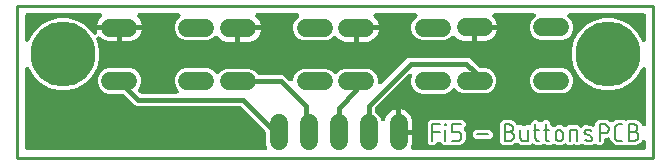
<source format=gbr>
G04 EAGLE Gerber RS-274X export*
G75*
%MOMM*%
%FSLAX34Y34*%
%LPD*%
%INTop Copper*%
%IPPOS*%
%AMOC8*
5,1,8,0,0,1.08239X$1,22.5*%
G01*
G04 Define Apertures*
%ADD10C,0.127000*%
%ADD11C,1.524000*%
%ADD12C,0.406400*%
%ADD13C,0.457200*%
%ADD14C,5.500000*%
%ADD15C,0.254000*%
G36*
X212881Y10701D02*
X212088Y10540D01*
X10872Y10540D01*
X10140Y10677D01*
X9458Y11112D01*
X9001Y11779D01*
X8840Y12572D01*
X8840Y79030D01*
X8886Y79461D01*
X9212Y80201D01*
X9800Y80756D01*
X10559Y81037D01*
X11367Y81000D01*
X12096Y80651D01*
X12632Y80046D01*
X16736Y72937D01*
X22423Y67250D01*
X29389Y63228D01*
X37159Y61146D01*
X45202Y61146D01*
X52971Y63228D01*
X59937Y67250D01*
X65625Y72937D01*
X69647Y79903D01*
X71728Y87672D01*
X71728Y95716D01*
X69647Y103485D01*
X69339Y104018D01*
X69069Y104937D01*
X69192Y105736D01*
X69617Y106424D01*
X70276Y106892D01*
X71066Y107066D01*
X71861Y106918D01*
X72535Y106471D01*
X74612Y104395D01*
X78906Y102616D01*
X86818Y102616D01*
X86818Y112268D01*
X69546Y112268D01*
X69546Y111976D01*
X69874Y111185D01*
X69993Y110785D01*
X69982Y109976D01*
X69656Y109236D01*
X69068Y108681D01*
X68310Y108400D01*
X67502Y108437D01*
X66772Y108786D01*
X66236Y109391D01*
X65625Y110451D01*
X59937Y116138D01*
X52971Y120160D01*
X45202Y122242D01*
X37159Y122242D01*
X29389Y120160D01*
X22423Y116138D01*
X16736Y110451D01*
X12632Y103342D01*
X12376Y102992D01*
X11724Y102514D01*
X10937Y102327D01*
X10140Y102463D01*
X9458Y102899D01*
X9001Y103566D01*
X8840Y104358D01*
X8840Y124588D01*
X8977Y125321D01*
X9412Y126002D01*
X10079Y126459D01*
X10872Y126620D01*
X72121Y126620D01*
X72823Y126495D01*
X73511Y126070D01*
X73979Y125410D01*
X74152Y124620D01*
X74004Y123825D01*
X73557Y123151D01*
X71325Y120918D01*
X69546Y116624D01*
X69546Y116332D01*
X108154Y116332D01*
X108154Y116624D01*
X106375Y120918D01*
X104143Y123151D01*
X103735Y123736D01*
X103548Y124523D01*
X103684Y125321D01*
X104120Y126002D01*
X104787Y126459D01*
X105579Y126620D01*
X138582Y126620D01*
X139284Y126495D01*
X139972Y126070D01*
X140440Y125410D01*
X140613Y124620D01*
X140465Y123825D01*
X140018Y123151D01*
X137210Y120343D01*
X135586Y116422D01*
X135586Y112178D01*
X137210Y108257D01*
X140211Y105256D01*
X144132Y103632D01*
X163616Y103632D01*
X167537Y105256D01*
X169202Y106922D01*
X169817Y107343D01*
X170607Y107516D01*
X171402Y107368D01*
X172076Y106922D01*
X174857Y104141D01*
X179151Y102362D01*
X187063Y102362D01*
X187063Y116078D01*
X208399Y116078D01*
X208399Y116370D01*
X206621Y120664D01*
X204134Y123151D01*
X203726Y123736D01*
X203540Y124523D01*
X203675Y125321D01*
X204111Y126002D01*
X204778Y126459D01*
X205571Y126620D01*
X239081Y126620D01*
X239783Y126495D01*
X240471Y126070D01*
X240939Y125410D01*
X241113Y124620D01*
X240964Y123825D01*
X240518Y123151D01*
X237455Y120089D01*
X235831Y116168D01*
X235831Y111924D01*
X237455Y108003D01*
X240456Y105002D01*
X244377Y103378D01*
X263861Y103378D01*
X267782Y105002D01*
X269617Y106837D01*
X270231Y107258D01*
X271021Y107431D01*
X271816Y107283D01*
X272490Y106837D01*
X275102Y104225D01*
X279397Y102446D01*
X287309Y102446D01*
X287309Y116162D01*
X308645Y116162D01*
X308645Y116454D01*
X306866Y120748D01*
X304463Y123151D01*
X304055Y123736D01*
X303869Y124523D01*
X304005Y125321D01*
X304440Y126002D01*
X305107Y126459D01*
X305900Y126620D01*
X339242Y126620D01*
X339944Y126495D01*
X340632Y126070D01*
X341100Y125410D01*
X341274Y124620D01*
X341126Y123825D01*
X340679Y123151D01*
X337701Y120173D01*
X336077Y116252D01*
X336077Y112008D01*
X337701Y108087D01*
X340702Y105086D01*
X344623Y103462D01*
X364107Y103462D01*
X368028Y105086D01*
X369947Y107006D01*
X370562Y107427D01*
X371351Y107600D01*
X372146Y107452D01*
X372821Y107006D01*
X375348Y104479D01*
X379642Y102700D01*
X387554Y102700D01*
X387554Y116416D01*
X408890Y116416D01*
X408890Y116708D01*
X407111Y121002D01*
X404962Y123151D01*
X404554Y123736D01*
X404368Y124523D01*
X404504Y125321D01*
X404940Y126002D01*
X405607Y126459D01*
X406399Y126620D01*
X439233Y126620D01*
X439936Y126495D01*
X440624Y126070D01*
X441092Y125410D01*
X441265Y124620D01*
X441117Y123825D01*
X440670Y123151D01*
X437946Y120427D01*
X436322Y116506D01*
X436322Y112262D01*
X437946Y108341D01*
X440947Y105340D01*
X444868Y103716D01*
X464352Y103716D01*
X468273Y105340D01*
X471274Y108341D01*
X472898Y112262D01*
X472898Y116506D01*
X471274Y120427D01*
X468550Y123151D01*
X468142Y123736D01*
X467955Y124523D01*
X468091Y125321D01*
X468527Y126002D01*
X469194Y126459D01*
X469986Y126620D01*
X532588Y126620D01*
X533321Y126483D01*
X534002Y126048D01*
X534459Y125381D01*
X534620Y124588D01*
X534620Y104288D01*
X534574Y103857D01*
X534248Y103117D01*
X533660Y102562D01*
X532901Y102281D01*
X532093Y102317D01*
X531364Y102666D01*
X530828Y103272D01*
X526684Y110451D01*
X520996Y116138D01*
X514030Y120160D01*
X506261Y122242D01*
X498217Y122242D01*
X490448Y120160D01*
X483482Y116138D01*
X477795Y110451D01*
X473773Y103485D01*
X471691Y95716D01*
X471691Y87672D01*
X473773Y79903D01*
X477795Y72937D01*
X483482Y67250D01*
X490448Y63228D01*
X498217Y61146D01*
X506261Y61146D01*
X514030Y63228D01*
X520996Y67250D01*
X526684Y72937D01*
X530828Y80116D01*
X531084Y80466D01*
X531736Y80945D01*
X532523Y81131D01*
X533321Y80995D01*
X534002Y80559D01*
X534459Y79892D01*
X534620Y79100D01*
X534620Y32558D01*
X534574Y32127D01*
X534248Y31386D01*
X533660Y30832D01*
X532901Y30551D01*
X532093Y30587D01*
X531364Y30936D01*
X530828Y31542D01*
X529265Y34249D01*
X526115Y36068D01*
X518885Y36068D01*
X518289Y35659D01*
X517499Y35486D01*
X516704Y35634D01*
X516049Y36068D01*
X509593Y36068D01*
X506427Y34240D01*
X505968Y34045D01*
X505161Y33983D01*
X504395Y34240D01*
X501228Y36068D01*
X493795Y36068D01*
X491637Y33911D01*
X491637Y32538D01*
X491484Y31764D01*
X491033Y31092D01*
X490356Y30650D01*
X489560Y30507D01*
X488771Y30686D01*
X487242Y31374D01*
X484652Y31411D01*
X482593Y31440D01*
X480839Y30023D01*
X480119Y29649D01*
X479313Y29587D01*
X478546Y29844D01*
X475861Y31394D01*
X475839Y31411D01*
X468814Y31411D01*
X467768Y30365D01*
X466888Y29848D01*
X466082Y29785D01*
X465315Y30042D01*
X462943Y31411D01*
X459306Y31411D01*
X457528Y30385D01*
X456545Y30113D01*
X455750Y30261D01*
X455075Y30708D01*
X454020Y31763D01*
X453586Y32407D01*
X453425Y33200D01*
X453425Y33911D01*
X451268Y36068D01*
X448217Y36068D01*
X446844Y34696D01*
X446230Y34274D01*
X445440Y34101D01*
X444645Y34249D01*
X443971Y34696D01*
X442598Y36068D01*
X439547Y36068D01*
X437390Y33911D01*
X437390Y33443D01*
X437253Y32711D01*
X436817Y32030D01*
X436150Y31572D01*
X435358Y31411D01*
X433045Y31411D01*
X432903Y31269D01*
X432288Y30848D01*
X431499Y30674D01*
X430704Y30823D01*
X430029Y31269D01*
X429887Y31411D01*
X426676Y31411D01*
X426181Y31472D01*
X425451Y31821D01*
X424916Y32427D01*
X423864Y34249D01*
X420714Y36068D01*
X413489Y36068D01*
X411332Y33911D01*
X411332Y16889D01*
X413489Y14732D01*
X418895Y14732D01*
X418895Y14732D01*
X420922Y14732D01*
X423985Y16500D01*
X424443Y16695D01*
X425250Y16757D01*
X426017Y16500D01*
X429049Y14749D01*
X429072Y14732D01*
X436096Y14732D01*
X437078Y15714D01*
X437958Y16231D01*
X438764Y16294D01*
X439531Y16037D01*
X441760Y14749D01*
X441783Y14732D01*
X445703Y14732D01*
X446341Y15371D01*
X447221Y15888D01*
X448027Y15950D01*
X448794Y15694D01*
X450430Y14749D01*
X450452Y14732D01*
X454372Y14732D01*
X455075Y15435D01*
X455955Y15953D01*
X456761Y16015D01*
X457528Y15758D01*
X459306Y14732D01*
X462943Y14732D01*
X465315Y16101D01*
X466299Y16373D01*
X467094Y16225D01*
X467768Y15778D01*
X468814Y14732D01*
X471865Y14732D01*
X472007Y14874D01*
X472622Y15295D01*
X473412Y15469D01*
X474207Y15321D01*
X474881Y14874D01*
X475023Y14732D01*
X478074Y14732D01*
X478777Y15434D01*
X479319Y15822D01*
X480101Y16026D01*
X480901Y15910D01*
X481412Y15726D01*
X481412Y15726D01*
X484061Y14773D01*
X486875Y14732D01*
X486919Y14732D01*
X488934Y14703D01*
X490217Y15740D01*
X490672Y16017D01*
X491462Y16191D01*
X492257Y16042D01*
X492931Y15596D01*
X493795Y14732D01*
X496846Y14732D01*
X499003Y16889D01*
X499003Y18909D01*
X499140Y19641D01*
X499576Y20323D01*
X500243Y20780D01*
X501035Y20941D01*
X501228Y20941D01*
X501577Y21142D01*
X502528Y21414D01*
X503325Y21278D01*
X504007Y20842D01*
X504464Y20175D01*
X504525Y19873D01*
X506443Y16551D01*
X509594Y14732D01*
X516048Y14732D01*
X516644Y15141D01*
X517434Y15314D01*
X518229Y15166D01*
X518884Y14732D01*
X524297Y14732D01*
X524297Y14732D01*
X526323Y14732D01*
X529833Y16759D01*
X530828Y18482D01*
X531084Y18832D01*
X531736Y19310D01*
X532523Y19497D01*
X533321Y19361D01*
X534002Y18925D01*
X534459Y18258D01*
X534620Y17466D01*
X534620Y12572D01*
X534483Y11840D01*
X534048Y11158D01*
X533381Y10701D01*
X532588Y10540D01*
X337651Y10540D01*
X336934Y10671D01*
X336249Y11101D01*
X335787Y11765D01*
X335620Y12556D01*
X335774Y13350D01*
X336804Y15836D01*
X336804Y23748D01*
X323088Y23748D01*
X323088Y45084D01*
X322796Y45084D01*
X318502Y43305D01*
X315215Y40018D01*
X313747Y36476D01*
X313363Y35875D01*
X312707Y35402D01*
X311919Y35222D01*
X311123Y35364D01*
X310445Y35805D01*
X309993Y36476D01*
X308764Y39443D01*
X305557Y42650D01*
X305418Y42741D01*
X304961Y43408D01*
X304800Y44200D01*
X304800Y45314D01*
X304949Y46077D01*
X305395Y46751D01*
X333373Y74729D01*
X333944Y75130D01*
X334729Y75323D01*
X335528Y75193D01*
X336212Y74763D01*
X336675Y74100D01*
X336842Y73308D01*
X336687Y72515D01*
X336077Y71040D01*
X336077Y66796D01*
X337701Y62875D01*
X340702Y59874D01*
X344623Y58250D01*
X364107Y58250D01*
X368028Y59874D01*
X370665Y62512D01*
X371280Y62933D01*
X372070Y63107D01*
X372865Y62959D01*
X373539Y62512D01*
X375923Y60128D01*
X379844Y58504D01*
X399328Y58504D01*
X403249Y60128D01*
X406250Y63129D01*
X407874Y67050D01*
X407874Y71294D01*
X406250Y75215D01*
X403249Y78216D01*
X399328Y79840D01*
X394564Y79840D01*
X393801Y79989D01*
X393127Y80435D01*
X385436Y88127D01*
X383568Y88900D01*
X334270Y88900D01*
X332402Y88127D01*
X311097Y66822D01*
X310512Y66414D01*
X309725Y66228D01*
X308928Y66363D01*
X308247Y66799D01*
X307790Y67466D01*
X307629Y68259D01*
X307629Y71040D01*
X306005Y74961D01*
X303004Y77962D01*
X299083Y79586D01*
X279599Y79586D01*
X275678Y77962D01*
X273125Y75409D01*
X272510Y74988D01*
X271720Y74814D01*
X270925Y74962D01*
X270251Y75409D01*
X267782Y77878D01*
X263861Y79502D01*
X244377Y79502D01*
X240456Y77878D01*
X237455Y74877D01*
X235831Y70956D01*
X235831Y70707D01*
X235706Y70004D01*
X235281Y69316D01*
X234622Y68848D01*
X233832Y68675D01*
X233037Y68823D01*
X232362Y69270D01*
X228492Y73141D01*
X226624Y73914D01*
X207516Y73914D01*
X206768Y74057D01*
X206090Y74498D01*
X205991Y74645D01*
X202758Y77878D01*
X198837Y79502D01*
X179353Y79502D01*
X175432Y77878D01*
X173049Y75494D01*
X172434Y75073D01*
X171644Y74899D01*
X170849Y75047D01*
X170175Y75494D01*
X167537Y78132D01*
X163616Y79756D01*
X144132Y79756D01*
X140211Y78132D01*
X137210Y75131D01*
X135586Y71210D01*
X135586Y66966D01*
X137210Y63045D01*
X138366Y61889D01*
X138774Y61304D01*
X138960Y60517D01*
X138825Y59720D01*
X138389Y59038D01*
X137722Y58581D01*
X136930Y58420D01*
X107544Y58420D01*
X106781Y58569D01*
X106107Y59015D01*
X105232Y59890D01*
X104811Y60504D01*
X104637Y61294D01*
X104786Y62089D01*
X105232Y62764D01*
X105514Y63045D01*
X107138Y66966D01*
X107138Y71210D01*
X105514Y75131D01*
X102513Y78132D01*
X98592Y79756D01*
X79108Y79756D01*
X75187Y78132D01*
X72186Y75131D01*
X70562Y71210D01*
X70562Y66966D01*
X72186Y63045D01*
X75187Y60044D01*
X79108Y58420D01*
X91492Y58420D01*
X92255Y58271D01*
X92929Y57825D01*
X101720Y49033D01*
X103588Y48260D01*
X190094Y48260D01*
X190857Y48111D01*
X191531Y47665D01*
X212257Y26939D01*
X212691Y26295D01*
X212852Y25502D01*
X212852Y16038D01*
X213966Y13350D01*
X214119Y12637D01*
X213984Y11840D01*
X213548Y11158D01*
X212881Y10701D01*
G37*
%LPC*%
G36*
X391618Y102700D02*
X399530Y102700D01*
X403824Y104479D01*
X407111Y107766D01*
X408890Y112060D01*
X408890Y112352D01*
X391618Y112352D01*
X391618Y102700D01*
G37*
G36*
X90882Y102616D02*
X98794Y102616D01*
X103088Y104395D01*
X106375Y107682D01*
X108154Y111976D01*
X108154Y112268D01*
X90882Y112268D01*
X90882Y102616D01*
G37*
G36*
X291373Y102446D02*
X299285Y102446D01*
X303579Y104225D01*
X306866Y107512D01*
X308645Y111806D01*
X308645Y112098D01*
X291373Y112098D01*
X291373Y102446D01*
G37*
G36*
X191127Y102362D02*
X199039Y102362D01*
X203334Y104141D01*
X206621Y107428D01*
X208399Y111722D01*
X208399Y112014D01*
X191127Y112014D01*
X191127Y102362D01*
G37*
G36*
X444868Y58504D02*
X464352Y58504D01*
X468273Y60128D01*
X471274Y63129D01*
X472898Y67050D01*
X472898Y71294D01*
X471274Y75215D01*
X468273Y78216D01*
X464352Y79840D01*
X444868Y79840D01*
X440947Y78216D01*
X437946Y75215D01*
X436322Y71294D01*
X436322Y67050D01*
X437946Y63129D01*
X440947Y60128D01*
X444868Y58504D01*
G37*
G36*
X327152Y27812D02*
X336804Y27812D01*
X336804Y35724D01*
X335025Y40018D01*
X331738Y43305D01*
X327444Y45084D01*
X327152Y45084D01*
X327152Y27812D01*
G37*
G36*
X352169Y14732D02*
X355221Y14732D01*
X357835Y17346D01*
X358450Y17768D01*
X359239Y17941D01*
X360034Y17793D01*
X360709Y17346D01*
X363323Y14732D01*
X366425Y14732D01*
X366877Y15042D01*
X367667Y15215D01*
X368462Y15067D01*
X368968Y14732D01*
X377025Y14732D01*
X380175Y16551D01*
X381994Y19701D01*
X381994Y24890D01*
X380589Y27324D01*
X380317Y28308D01*
X380465Y29103D01*
X380912Y29777D01*
X381994Y30859D01*
X381994Y33911D01*
X379837Y36068D01*
X368884Y36068D01*
X368716Y35952D01*
X367926Y35779D01*
X367131Y35927D01*
X366918Y36068D01*
X352169Y36068D01*
X350012Y33911D01*
X350012Y16889D01*
X352169Y14732D01*
G37*
G36*
X390150Y20165D02*
X402514Y20165D01*
X404672Y22322D01*
X404672Y25373D01*
X402514Y27531D01*
X390150Y27531D01*
X387993Y25373D01*
X387993Y22322D01*
X390150Y20165D01*
G37*
%LPD*%
D10*
X353695Y18415D02*
X353695Y32385D01*
X359904Y32385D01*
X359904Y26176D02*
X353695Y26176D01*
X364849Y27728D02*
X364849Y18415D01*
X364461Y31609D02*
X364461Y32385D01*
X365237Y32385D01*
X365237Y31609D01*
X364461Y31609D01*
X370550Y18415D02*
X375207Y18415D01*
X375318Y18417D01*
X375428Y18423D01*
X375539Y18433D01*
X375649Y18447D01*
X375758Y18464D01*
X375867Y18486D01*
X375975Y18511D01*
X376081Y18541D01*
X376187Y18574D01*
X376292Y18611D01*
X376395Y18651D01*
X376496Y18696D01*
X376596Y18743D01*
X376695Y18795D01*
X376791Y18850D01*
X376885Y18908D01*
X376977Y18969D01*
X377067Y19034D01*
X377155Y19102D01*
X377240Y19173D01*
X377322Y19247D01*
X377402Y19324D01*
X377479Y19404D01*
X377553Y19486D01*
X377624Y19571D01*
X377692Y19659D01*
X377757Y19749D01*
X377818Y19841D01*
X377876Y19935D01*
X377931Y20031D01*
X377983Y20130D01*
X378030Y20230D01*
X378075Y20331D01*
X378115Y20434D01*
X378152Y20539D01*
X378185Y20645D01*
X378215Y20751D01*
X378240Y20859D01*
X378262Y20968D01*
X378279Y21077D01*
X378293Y21187D01*
X378303Y21298D01*
X378309Y21408D01*
X378311Y21519D01*
X378311Y23072D01*
X378309Y23183D01*
X378303Y23293D01*
X378293Y23404D01*
X378279Y23514D01*
X378262Y23623D01*
X378240Y23732D01*
X378215Y23840D01*
X378185Y23946D01*
X378152Y24052D01*
X378115Y24157D01*
X378075Y24260D01*
X378030Y24361D01*
X377983Y24461D01*
X377931Y24560D01*
X377876Y24656D01*
X377818Y24750D01*
X377757Y24842D01*
X377692Y24932D01*
X377624Y25020D01*
X377553Y25105D01*
X377479Y25187D01*
X377402Y25267D01*
X377322Y25344D01*
X377240Y25418D01*
X377155Y25489D01*
X377067Y25557D01*
X376977Y25622D01*
X376885Y25683D01*
X376791Y25741D01*
X376695Y25796D01*
X376596Y25848D01*
X376496Y25895D01*
X376395Y25940D01*
X376292Y25980D01*
X376187Y26017D01*
X376081Y26050D01*
X375975Y26080D01*
X375867Y26105D01*
X375758Y26127D01*
X375649Y26144D01*
X375539Y26158D01*
X375428Y26168D01*
X375318Y26174D01*
X375207Y26176D01*
X370550Y26176D01*
X370550Y32385D01*
X378311Y32385D01*
X391676Y23848D02*
X400989Y23848D01*
X415015Y26176D02*
X418895Y26176D01*
X418895Y26177D02*
X419018Y26175D01*
X419141Y26169D01*
X419264Y26159D01*
X419386Y26146D01*
X419508Y26128D01*
X419629Y26107D01*
X419750Y26082D01*
X419870Y26053D01*
X419988Y26020D01*
X420106Y25983D01*
X420222Y25943D01*
X420337Y25899D01*
X420451Y25851D01*
X420563Y25800D01*
X420673Y25746D01*
X420782Y25687D01*
X420889Y25626D01*
X420993Y25561D01*
X421096Y25493D01*
X421196Y25421D01*
X421294Y25347D01*
X421390Y25269D01*
X421483Y25188D01*
X421573Y25105D01*
X421661Y25018D01*
X421746Y24929D01*
X421828Y24838D01*
X421907Y24743D01*
X421983Y24646D01*
X422056Y24547D01*
X422126Y24446D01*
X422193Y24342D01*
X422256Y24236D01*
X422316Y24129D01*
X422372Y24019D01*
X422425Y23908D01*
X422475Y23795D01*
X422520Y23681D01*
X422563Y23565D01*
X422601Y23448D01*
X422636Y23330D01*
X422667Y23211D01*
X422694Y23091D01*
X422717Y22970D01*
X422736Y22848D01*
X422752Y22726D01*
X422764Y22604D01*
X422772Y22481D01*
X422776Y22358D01*
X422776Y22234D01*
X422772Y22111D01*
X422764Y21988D01*
X422752Y21866D01*
X422736Y21744D01*
X422717Y21622D01*
X422694Y21501D01*
X422667Y21381D01*
X422636Y21262D01*
X422601Y21144D01*
X422563Y21027D01*
X422520Y20911D01*
X422475Y20797D01*
X422425Y20684D01*
X422372Y20573D01*
X422316Y20463D01*
X422256Y20355D01*
X422193Y20250D01*
X422126Y20146D01*
X422056Y20045D01*
X421983Y19946D01*
X421907Y19849D01*
X421828Y19754D01*
X421746Y19663D01*
X421661Y19574D01*
X421573Y19487D01*
X421483Y19404D01*
X421390Y19323D01*
X421294Y19245D01*
X421196Y19171D01*
X421096Y19099D01*
X420993Y19031D01*
X420889Y18966D01*
X420782Y18905D01*
X420673Y18846D01*
X420563Y18792D01*
X420451Y18741D01*
X420337Y18693D01*
X420222Y18649D01*
X420106Y18609D01*
X419988Y18572D01*
X419870Y18539D01*
X419750Y18510D01*
X419629Y18485D01*
X419508Y18464D01*
X419386Y18446D01*
X419264Y18433D01*
X419141Y18423D01*
X419018Y18417D01*
X418895Y18415D01*
X415015Y18415D01*
X415015Y32385D01*
X418895Y32385D01*
X419006Y32383D01*
X419116Y32377D01*
X419227Y32367D01*
X419337Y32353D01*
X419446Y32336D01*
X419555Y32314D01*
X419663Y32289D01*
X419769Y32259D01*
X419875Y32226D01*
X419980Y32189D01*
X420083Y32149D01*
X420184Y32104D01*
X420284Y32057D01*
X420383Y32005D01*
X420479Y31950D01*
X420573Y31892D01*
X420665Y31831D01*
X420755Y31766D01*
X420843Y31698D01*
X420928Y31627D01*
X421010Y31553D01*
X421090Y31476D01*
X421167Y31396D01*
X421241Y31314D01*
X421312Y31229D01*
X421380Y31141D01*
X421445Y31051D01*
X421506Y30959D01*
X421564Y30865D01*
X421619Y30769D01*
X421671Y30670D01*
X421718Y30570D01*
X421763Y30469D01*
X421803Y30366D01*
X421840Y30261D01*
X421873Y30155D01*
X421903Y30049D01*
X421928Y29941D01*
X421950Y29832D01*
X421967Y29723D01*
X421981Y29613D01*
X421991Y29502D01*
X421997Y29392D01*
X421999Y29281D01*
X421997Y29170D01*
X421991Y29060D01*
X421981Y28949D01*
X421967Y28839D01*
X421950Y28730D01*
X421928Y28621D01*
X421903Y28513D01*
X421873Y28407D01*
X421840Y28301D01*
X421803Y28196D01*
X421763Y28093D01*
X421718Y27992D01*
X421671Y27892D01*
X421619Y27793D01*
X421564Y27697D01*
X421506Y27603D01*
X421445Y27511D01*
X421380Y27421D01*
X421312Y27333D01*
X421241Y27248D01*
X421167Y27166D01*
X421090Y27086D01*
X421010Y27009D01*
X420928Y26935D01*
X420843Y26864D01*
X420755Y26796D01*
X420665Y26731D01*
X420573Y26670D01*
X420479Y26612D01*
X420383Y26557D01*
X420284Y26505D01*
X420184Y26458D01*
X420083Y26413D01*
X419980Y26373D01*
X419875Y26336D01*
X419769Y26303D01*
X419663Y26273D01*
X419555Y26248D01*
X419446Y26226D01*
X419337Y26209D01*
X419227Y26195D01*
X419116Y26185D01*
X419006Y26179D01*
X418895Y26177D01*
X428362Y27728D02*
X428362Y20743D01*
X428364Y20649D01*
X428370Y20556D01*
X428379Y20462D01*
X428392Y20370D01*
X428409Y20277D01*
X428430Y20186D01*
X428454Y20095D01*
X428482Y20006D01*
X428513Y19917D01*
X428548Y19831D01*
X428587Y19745D01*
X428629Y19661D01*
X428674Y19579D01*
X428722Y19499D01*
X428774Y19421D01*
X428829Y19344D01*
X428887Y19271D01*
X428947Y19199D01*
X429011Y19130D01*
X429077Y19064D01*
X429146Y19000D01*
X429218Y18940D01*
X429291Y18882D01*
X429368Y18827D01*
X429446Y18775D01*
X429526Y18727D01*
X429608Y18682D01*
X429692Y18640D01*
X429778Y18601D01*
X429864Y18566D01*
X429953Y18535D01*
X430042Y18507D01*
X430133Y18483D01*
X430224Y18462D01*
X430317Y18445D01*
X430409Y18432D01*
X430503Y18423D01*
X430596Y18417D01*
X430690Y18415D01*
X434571Y18415D01*
X434571Y27728D01*
X439521Y27728D02*
X444177Y27728D01*
X441073Y32385D02*
X441073Y20743D01*
X441075Y20649D01*
X441081Y20556D01*
X441090Y20462D01*
X441103Y20370D01*
X441120Y20277D01*
X441141Y20186D01*
X441165Y20095D01*
X441193Y20006D01*
X441224Y19917D01*
X441259Y19831D01*
X441298Y19745D01*
X441340Y19661D01*
X441385Y19579D01*
X441433Y19499D01*
X441485Y19421D01*
X441540Y19344D01*
X441598Y19271D01*
X441658Y19199D01*
X441722Y19130D01*
X441788Y19064D01*
X441857Y19000D01*
X441929Y18940D01*
X442002Y18882D01*
X442079Y18827D01*
X442157Y18775D01*
X442237Y18727D01*
X442319Y18682D01*
X442403Y18640D01*
X442489Y18601D01*
X442575Y18566D01*
X442664Y18535D01*
X442753Y18507D01*
X442844Y18483D01*
X442935Y18462D01*
X443028Y18445D01*
X443120Y18432D01*
X443214Y18423D01*
X443307Y18417D01*
X443401Y18415D01*
X444177Y18415D01*
X448190Y27728D02*
X452847Y27728D01*
X449742Y32385D02*
X449742Y20743D01*
X449744Y20649D01*
X449750Y20556D01*
X449759Y20462D01*
X449772Y20370D01*
X449789Y20277D01*
X449810Y20186D01*
X449834Y20095D01*
X449862Y20006D01*
X449893Y19917D01*
X449928Y19831D01*
X449967Y19745D01*
X450009Y19661D01*
X450054Y19579D01*
X450102Y19499D01*
X450154Y19421D01*
X450209Y19344D01*
X450267Y19271D01*
X450327Y19199D01*
X450391Y19130D01*
X450457Y19064D01*
X450526Y19000D01*
X450598Y18940D01*
X450671Y18882D01*
X450748Y18827D01*
X450826Y18775D01*
X450906Y18727D01*
X450988Y18682D01*
X451072Y18640D01*
X451158Y18601D01*
X451244Y18566D01*
X451333Y18535D01*
X451422Y18507D01*
X451513Y18483D01*
X451604Y18462D01*
X451697Y18445D01*
X451789Y18432D01*
X451883Y18423D01*
X451976Y18417D01*
X452070Y18415D01*
X452847Y18415D01*
X458020Y21519D02*
X458020Y24624D01*
X458021Y24624D02*
X458023Y24735D01*
X458029Y24845D01*
X458039Y24956D01*
X458053Y25066D01*
X458070Y25175D01*
X458092Y25284D01*
X458117Y25392D01*
X458147Y25498D01*
X458180Y25604D01*
X458217Y25709D01*
X458257Y25812D01*
X458302Y25913D01*
X458349Y26013D01*
X458401Y26112D01*
X458456Y26208D01*
X458514Y26302D01*
X458575Y26394D01*
X458640Y26484D01*
X458708Y26572D01*
X458779Y26657D01*
X458853Y26739D01*
X458930Y26819D01*
X459010Y26896D01*
X459092Y26970D01*
X459177Y27041D01*
X459265Y27109D01*
X459355Y27174D01*
X459447Y27235D01*
X459541Y27293D01*
X459637Y27348D01*
X459736Y27400D01*
X459836Y27447D01*
X459937Y27492D01*
X460040Y27532D01*
X460145Y27569D01*
X460251Y27602D01*
X460357Y27632D01*
X460465Y27657D01*
X460574Y27679D01*
X460683Y27696D01*
X460793Y27710D01*
X460904Y27720D01*
X461014Y27726D01*
X461125Y27728D01*
X461236Y27726D01*
X461346Y27720D01*
X461457Y27710D01*
X461567Y27696D01*
X461676Y27679D01*
X461785Y27657D01*
X461893Y27632D01*
X461999Y27602D01*
X462105Y27569D01*
X462210Y27532D01*
X462313Y27492D01*
X462414Y27447D01*
X462514Y27400D01*
X462613Y27348D01*
X462709Y27293D01*
X462803Y27235D01*
X462895Y27174D01*
X462985Y27109D01*
X463073Y27041D01*
X463158Y26970D01*
X463240Y26896D01*
X463320Y26819D01*
X463397Y26739D01*
X463471Y26657D01*
X463542Y26572D01*
X463610Y26484D01*
X463675Y26394D01*
X463736Y26302D01*
X463794Y26208D01*
X463849Y26112D01*
X463901Y26013D01*
X463948Y25913D01*
X463993Y25812D01*
X464033Y25709D01*
X464070Y25604D01*
X464103Y25498D01*
X464133Y25392D01*
X464158Y25284D01*
X464180Y25175D01*
X464197Y25066D01*
X464211Y24956D01*
X464221Y24845D01*
X464227Y24735D01*
X464229Y24624D01*
X464229Y21519D01*
X464227Y21408D01*
X464221Y21298D01*
X464211Y21187D01*
X464197Y21077D01*
X464180Y20968D01*
X464158Y20859D01*
X464133Y20751D01*
X464103Y20645D01*
X464070Y20539D01*
X464033Y20434D01*
X463993Y20331D01*
X463948Y20230D01*
X463901Y20130D01*
X463849Y20031D01*
X463794Y19935D01*
X463736Y19841D01*
X463675Y19749D01*
X463610Y19659D01*
X463542Y19571D01*
X463471Y19486D01*
X463397Y19404D01*
X463320Y19324D01*
X463240Y19247D01*
X463158Y19173D01*
X463073Y19102D01*
X462985Y19034D01*
X462895Y18969D01*
X462803Y18908D01*
X462709Y18850D01*
X462613Y18795D01*
X462514Y18743D01*
X462414Y18696D01*
X462313Y18651D01*
X462210Y18611D01*
X462105Y18574D01*
X461999Y18541D01*
X461893Y18511D01*
X461785Y18486D01*
X461676Y18464D01*
X461567Y18447D01*
X461457Y18433D01*
X461346Y18423D01*
X461236Y18417D01*
X461125Y18415D01*
X461014Y18417D01*
X460904Y18423D01*
X460793Y18433D01*
X460683Y18447D01*
X460574Y18464D01*
X460465Y18486D01*
X460357Y18511D01*
X460251Y18541D01*
X460145Y18574D01*
X460040Y18611D01*
X459937Y18651D01*
X459836Y18696D01*
X459736Y18743D01*
X459637Y18795D01*
X459541Y18850D01*
X459447Y18908D01*
X459355Y18969D01*
X459265Y19034D01*
X459177Y19102D01*
X459092Y19173D01*
X459010Y19247D01*
X458930Y19324D01*
X458853Y19404D01*
X458779Y19486D01*
X458708Y19571D01*
X458640Y19659D01*
X458575Y19749D01*
X458514Y19841D01*
X458456Y19935D01*
X458401Y20031D01*
X458349Y20130D01*
X458302Y20230D01*
X458257Y20331D01*
X458217Y20434D01*
X458180Y20539D01*
X458147Y20645D01*
X458117Y20751D01*
X458092Y20859D01*
X458070Y20968D01*
X458053Y21077D01*
X458039Y21187D01*
X458029Y21298D01*
X458023Y21408D01*
X458021Y21519D01*
X470340Y18415D02*
X470340Y27728D01*
X474220Y27728D01*
X474316Y27726D01*
X474412Y27720D01*
X474508Y27710D01*
X474603Y27696D01*
X474698Y27678D01*
X474791Y27657D01*
X474884Y27631D01*
X474976Y27602D01*
X475066Y27569D01*
X475155Y27532D01*
X475242Y27491D01*
X475328Y27447D01*
X475412Y27400D01*
X475493Y27349D01*
X475573Y27295D01*
X475650Y27237D01*
X475725Y27176D01*
X475797Y27113D01*
X475866Y27046D01*
X475933Y26977D01*
X475996Y26905D01*
X476057Y26830D01*
X476115Y26753D01*
X476169Y26673D01*
X476220Y26592D01*
X476267Y26508D01*
X476311Y26422D01*
X476352Y26335D01*
X476389Y26246D01*
X476422Y26156D01*
X476451Y26064D01*
X476477Y25972D01*
X476498Y25878D01*
X476516Y25783D01*
X476530Y25688D01*
X476540Y25592D01*
X476546Y25496D01*
X476548Y25400D01*
X476549Y25400D02*
X476549Y18415D01*
X483824Y23848D02*
X487704Y22296D01*
X483824Y23848D02*
X483742Y23883D01*
X483662Y23921D01*
X483584Y23963D01*
X483508Y24008D01*
X483434Y24056D01*
X483362Y24108D01*
X483292Y24163D01*
X483225Y24221D01*
X483160Y24281D01*
X483099Y24345D01*
X483040Y24411D01*
X482984Y24480D01*
X482931Y24551D01*
X482881Y24624D01*
X482835Y24700D01*
X482791Y24777D01*
X482752Y24856D01*
X482716Y24937D01*
X482683Y25020D01*
X482654Y25104D01*
X482629Y25189D01*
X482608Y25275D01*
X482590Y25362D01*
X482577Y25449D01*
X482567Y25537D01*
X482561Y25626D01*
X482559Y25714D01*
X482561Y25803D01*
X482567Y25891D01*
X482576Y25979D01*
X482590Y26067D01*
X482607Y26154D01*
X482628Y26240D01*
X482653Y26325D01*
X482682Y26409D01*
X482714Y26491D01*
X482750Y26572D01*
X482790Y26652D01*
X482833Y26729D01*
X482879Y26805D01*
X482929Y26878D01*
X482981Y26950D01*
X483037Y27018D01*
X483096Y27085D01*
X483158Y27148D01*
X483222Y27209D01*
X483289Y27267D01*
X483359Y27322D01*
X483431Y27374D01*
X483505Y27422D01*
X483581Y27468D01*
X483659Y27510D01*
X483739Y27548D01*
X483821Y27583D01*
X483904Y27614D01*
X483988Y27642D01*
X484073Y27665D01*
X484159Y27685D01*
X484247Y27702D01*
X484334Y27714D01*
X484423Y27723D01*
X484511Y27727D01*
X484600Y27728D01*
X484812Y27723D01*
X485023Y27712D01*
X485235Y27696D01*
X485445Y27675D01*
X485656Y27649D01*
X485865Y27618D01*
X486074Y27582D01*
X486282Y27542D01*
X486489Y27496D01*
X486695Y27445D01*
X486899Y27389D01*
X487102Y27328D01*
X487304Y27262D01*
X487504Y27192D01*
X487702Y27117D01*
X487898Y27037D01*
X488092Y26952D01*
X487704Y22295D02*
X487786Y22260D01*
X487866Y22222D01*
X487944Y22180D01*
X488020Y22135D01*
X488094Y22087D01*
X488166Y22035D01*
X488236Y21980D01*
X488303Y21922D01*
X488368Y21862D01*
X488429Y21798D01*
X488488Y21732D01*
X488544Y21663D01*
X488597Y21592D01*
X488647Y21519D01*
X488693Y21443D01*
X488737Y21366D01*
X488776Y21287D01*
X488812Y21206D01*
X488845Y21123D01*
X488874Y21039D01*
X488899Y20954D01*
X488920Y20868D01*
X488938Y20781D01*
X488951Y20694D01*
X488961Y20606D01*
X488967Y20517D01*
X488969Y20429D01*
X488967Y20340D01*
X488961Y20252D01*
X488952Y20164D01*
X488938Y20076D01*
X488921Y19989D01*
X488900Y19903D01*
X488875Y19818D01*
X488846Y19734D01*
X488814Y19652D01*
X488778Y19571D01*
X488738Y19491D01*
X488695Y19414D01*
X488649Y19338D01*
X488599Y19265D01*
X488547Y19193D01*
X488491Y19125D01*
X488432Y19058D01*
X488370Y18995D01*
X488306Y18934D01*
X488239Y18876D01*
X488169Y18821D01*
X488097Y18769D01*
X488023Y18721D01*
X487947Y18675D01*
X487869Y18633D01*
X487789Y18595D01*
X487707Y18560D01*
X487624Y18529D01*
X487540Y18501D01*
X487455Y18478D01*
X487369Y18458D01*
X487281Y18441D01*
X487194Y18429D01*
X487105Y18420D01*
X487017Y18416D01*
X486928Y18415D01*
X486928Y18414D02*
X486617Y18422D01*
X486306Y18438D01*
X485996Y18461D01*
X485686Y18491D01*
X485377Y18528D01*
X485068Y18573D01*
X484762Y18625D01*
X484456Y18685D01*
X484152Y18751D01*
X483849Y18825D01*
X483549Y18906D01*
X483250Y18994D01*
X482954Y19089D01*
X482659Y19190D01*
X495320Y18415D02*
X495320Y32385D01*
X499201Y32385D01*
X499324Y32383D01*
X499447Y32377D01*
X499570Y32367D01*
X499692Y32354D01*
X499814Y32336D01*
X499935Y32315D01*
X500056Y32290D01*
X500176Y32261D01*
X500294Y32228D01*
X500412Y32191D01*
X500528Y32151D01*
X500643Y32107D01*
X500757Y32059D01*
X500869Y32008D01*
X500979Y31954D01*
X501088Y31895D01*
X501195Y31834D01*
X501299Y31769D01*
X501402Y31701D01*
X501502Y31629D01*
X501600Y31555D01*
X501696Y31477D01*
X501789Y31396D01*
X501879Y31313D01*
X501967Y31226D01*
X502052Y31137D01*
X502134Y31046D01*
X502213Y30951D01*
X502289Y30854D01*
X502362Y30755D01*
X502432Y30654D01*
X502499Y30550D01*
X502562Y30444D01*
X502622Y30337D01*
X502678Y30227D01*
X502731Y30116D01*
X502781Y30003D01*
X502826Y29889D01*
X502869Y29773D01*
X502907Y29656D01*
X502942Y29538D01*
X502973Y29419D01*
X503000Y29299D01*
X503023Y29178D01*
X503042Y29056D01*
X503058Y28934D01*
X503070Y28812D01*
X503078Y28689D01*
X503082Y28566D01*
X503082Y28442D01*
X503078Y28319D01*
X503070Y28196D01*
X503058Y28074D01*
X503042Y27952D01*
X503023Y27830D01*
X503000Y27709D01*
X502973Y27589D01*
X502942Y27470D01*
X502907Y27352D01*
X502869Y27235D01*
X502826Y27119D01*
X502781Y27005D01*
X502731Y26892D01*
X502678Y26781D01*
X502622Y26671D01*
X502562Y26563D01*
X502499Y26458D01*
X502432Y26354D01*
X502362Y26253D01*
X502289Y26154D01*
X502213Y26057D01*
X502134Y25962D01*
X502052Y25871D01*
X501967Y25782D01*
X501879Y25695D01*
X501789Y25612D01*
X501696Y25531D01*
X501600Y25453D01*
X501502Y25379D01*
X501402Y25307D01*
X501299Y25239D01*
X501195Y25174D01*
X501088Y25113D01*
X500979Y25054D01*
X500869Y25000D01*
X500757Y24949D01*
X500643Y24901D01*
X500528Y24857D01*
X500412Y24817D01*
X500294Y24780D01*
X500176Y24747D01*
X500056Y24718D01*
X499935Y24693D01*
X499814Y24672D01*
X499692Y24654D01*
X499570Y24641D01*
X499447Y24631D01*
X499324Y24625D01*
X499201Y24623D01*
X499201Y24624D02*
X495320Y24624D01*
X511412Y18415D02*
X514517Y18415D01*
X511412Y18415D02*
X511301Y18417D01*
X511191Y18423D01*
X511080Y18433D01*
X510970Y18447D01*
X510861Y18464D01*
X510752Y18486D01*
X510644Y18511D01*
X510538Y18541D01*
X510432Y18574D01*
X510327Y18611D01*
X510224Y18651D01*
X510123Y18696D01*
X510023Y18743D01*
X509924Y18795D01*
X509828Y18850D01*
X509734Y18908D01*
X509642Y18969D01*
X509552Y19034D01*
X509464Y19102D01*
X509379Y19173D01*
X509297Y19247D01*
X509217Y19324D01*
X509140Y19404D01*
X509066Y19486D01*
X508995Y19571D01*
X508927Y19659D01*
X508862Y19749D01*
X508801Y19841D01*
X508743Y19935D01*
X508688Y20031D01*
X508636Y20130D01*
X508589Y20230D01*
X508544Y20331D01*
X508504Y20434D01*
X508467Y20539D01*
X508434Y20645D01*
X508404Y20751D01*
X508379Y20859D01*
X508357Y20968D01*
X508340Y21077D01*
X508326Y21187D01*
X508316Y21298D01*
X508310Y21408D01*
X508308Y21519D01*
X508308Y29281D01*
X508310Y29392D01*
X508316Y29502D01*
X508326Y29613D01*
X508340Y29723D01*
X508357Y29832D01*
X508379Y29941D01*
X508404Y30049D01*
X508434Y30155D01*
X508467Y30261D01*
X508504Y30366D01*
X508544Y30469D01*
X508588Y30570D01*
X508636Y30670D01*
X508688Y30769D01*
X508743Y30865D01*
X508801Y30959D01*
X508862Y31051D01*
X508927Y31141D01*
X508995Y31229D01*
X509066Y31314D01*
X509140Y31396D01*
X509217Y31476D01*
X509297Y31553D01*
X509379Y31627D01*
X509464Y31698D01*
X509552Y31766D01*
X509642Y31831D01*
X509734Y31892D01*
X509828Y31950D01*
X509924Y32005D01*
X510023Y32057D01*
X510123Y32104D01*
X510224Y32149D01*
X510327Y32189D01*
X510432Y32226D01*
X510537Y32259D01*
X510644Y32289D01*
X510752Y32314D01*
X510861Y32336D01*
X510970Y32353D01*
X511080Y32367D01*
X511191Y32377D01*
X511301Y32383D01*
X511412Y32385D01*
X514517Y32385D01*
X520416Y26176D02*
X524297Y26176D01*
X524297Y26177D02*
X524420Y26175D01*
X524543Y26169D01*
X524666Y26159D01*
X524788Y26146D01*
X524910Y26128D01*
X525031Y26107D01*
X525152Y26082D01*
X525272Y26053D01*
X525390Y26020D01*
X525508Y25983D01*
X525624Y25943D01*
X525739Y25899D01*
X525853Y25851D01*
X525965Y25800D01*
X526075Y25746D01*
X526184Y25687D01*
X526291Y25626D01*
X526395Y25561D01*
X526498Y25493D01*
X526598Y25421D01*
X526696Y25347D01*
X526792Y25269D01*
X526885Y25188D01*
X526975Y25105D01*
X527063Y25018D01*
X527148Y24929D01*
X527230Y24838D01*
X527309Y24743D01*
X527385Y24646D01*
X527458Y24547D01*
X527528Y24446D01*
X527595Y24342D01*
X527658Y24236D01*
X527718Y24129D01*
X527774Y24019D01*
X527827Y23908D01*
X527877Y23795D01*
X527922Y23681D01*
X527965Y23565D01*
X528003Y23448D01*
X528038Y23330D01*
X528069Y23211D01*
X528096Y23091D01*
X528119Y22970D01*
X528138Y22848D01*
X528154Y22726D01*
X528166Y22604D01*
X528174Y22481D01*
X528178Y22358D01*
X528178Y22234D01*
X528174Y22111D01*
X528166Y21988D01*
X528154Y21866D01*
X528138Y21744D01*
X528119Y21622D01*
X528096Y21501D01*
X528069Y21381D01*
X528038Y21262D01*
X528003Y21144D01*
X527965Y21027D01*
X527922Y20911D01*
X527877Y20797D01*
X527827Y20684D01*
X527774Y20573D01*
X527718Y20463D01*
X527658Y20355D01*
X527595Y20250D01*
X527528Y20146D01*
X527458Y20045D01*
X527385Y19946D01*
X527309Y19849D01*
X527230Y19754D01*
X527148Y19663D01*
X527063Y19574D01*
X526975Y19487D01*
X526885Y19404D01*
X526792Y19323D01*
X526696Y19245D01*
X526598Y19171D01*
X526498Y19099D01*
X526395Y19031D01*
X526291Y18966D01*
X526184Y18905D01*
X526075Y18846D01*
X525965Y18792D01*
X525853Y18741D01*
X525739Y18693D01*
X525624Y18649D01*
X525508Y18609D01*
X525390Y18572D01*
X525272Y18539D01*
X525152Y18510D01*
X525031Y18485D01*
X524910Y18464D01*
X524788Y18446D01*
X524666Y18433D01*
X524543Y18423D01*
X524420Y18417D01*
X524297Y18415D01*
X520416Y18415D01*
X520416Y32385D01*
X524297Y32385D01*
X524408Y32383D01*
X524518Y32377D01*
X524629Y32367D01*
X524739Y32353D01*
X524848Y32336D01*
X524957Y32314D01*
X525065Y32289D01*
X525171Y32259D01*
X525277Y32226D01*
X525382Y32189D01*
X525485Y32149D01*
X525586Y32104D01*
X525686Y32057D01*
X525785Y32005D01*
X525881Y31950D01*
X525975Y31892D01*
X526067Y31831D01*
X526157Y31766D01*
X526245Y31698D01*
X526330Y31627D01*
X526412Y31553D01*
X526492Y31476D01*
X526569Y31396D01*
X526643Y31314D01*
X526714Y31229D01*
X526782Y31141D01*
X526847Y31051D01*
X526908Y30959D01*
X526966Y30865D01*
X527021Y30769D01*
X527073Y30670D01*
X527120Y30570D01*
X527165Y30469D01*
X527205Y30366D01*
X527242Y30261D01*
X527275Y30155D01*
X527305Y30049D01*
X527330Y29941D01*
X527352Y29832D01*
X527369Y29723D01*
X527383Y29613D01*
X527393Y29502D01*
X527399Y29392D01*
X527401Y29281D01*
X527399Y29170D01*
X527393Y29060D01*
X527383Y28949D01*
X527369Y28839D01*
X527352Y28730D01*
X527330Y28621D01*
X527305Y28513D01*
X527275Y28407D01*
X527242Y28301D01*
X527205Y28196D01*
X527165Y28093D01*
X527120Y27992D01*
X527073Y27892D01*
X527021Y27793D01*
X526966Y27697D01*
X526908Y27603D01*
X526847Y27511D01*
X526782Y27421D01*
X526714Y27333D01*
X526643Y27248D01*
X526569Y27166D01*
X526492Y27086D01*
X526412Y27009D01*
X526330Y26935D01*
X526245Y26864D01*
X526157Y26796D01*
X526067Y26731D01*
X525975Y26670D01*
X525881Y26612D01*
X525785Y26557D01*
X525686Y26505D01*
X525586Y26458D01*
X525485Y26413D01*
X525382Y26373D01*
X525277Y26336D01*
X525171Y26303D01*
X525065Y26273D01*
X524957Y26248D01*
X524848Y26226D01*
X524739Y26209D01*
X524629Y26195D01*
X524518Y26185D01*
X524408Y26179D01*
X524297Y26177D01*
D11*
X325120Y33400D02*
X325120Y18160D01*
X299720Y18160D02*
X299720Y33400D01*
X274320Y33400D02*
X274320Y18160D01*
X248920Y18160D02*
X248920Y33400D01*
X223520Y33400D02*
X223520Y18160D01*
X96470Y114300D02*
X81230Y114300D01*
X81230Y69088D02*
X96470Y69088D01*
X146254Y114300D02*
X161494Y114300D01*
X161494Y69088D02*
X146254Y69088D01*
X181475Y114046D02*
X196715Y114046D01*
X196715Y68834D02*
X181475Y68834D01*
X246499Y114046D02*
X261739Y114046D01*
X261739Y68834D02*
X246499Y68834D01*
X281721Y114130D02*
X296961Y114130D01*
X296961Y68918D02*
X281721Y68918D01*
X346745Y114130D02*
X361985Y114130D01*
X361985Y68918D02*
X346745Y68918D01*
X381966Y114384D02*
X397206Y114384D01*
X397206Y69172D02*
X381966Y69172D01*
X446990Y114384D02*
X462230Y114384D01*
X462230Y69172D02*
X446990Y69172D01*
D12*
X88900Y114300D02*
X88850Y114300D01*
X389586Y114384D02*
X390398Y113572D01*
D13*
X328040Y25780D02*
X325120Y25780D01*
D12*
X104598Y53340D02*
X88850Y69088D01*
X104598Y53340D02*
X193040Y53340D01*
X220600Y25780D01*
X223520Y25780D01*
X225614Y68834D02*
X189095Y68834D01*
X225614Y68834D02*
X246380Y48068D01*
X246380Y28320D01*
X248920Y25780D01*
X289341Y61298D02*
X289341Y68918D01*
X289341Y61298D02*
X274320Y46277D01*
X274320Y25780D01*
X299720Y48260D02*
X335280Y83820D01*
X389586Y76792D02*
X389586Y69172D01*
X389586Y76792D02*
X382558Y83820D01*
X335280Y83820D01*
X299720Y48260D02*
X299720Y25780D01*
D14*
X41180Y91694D03*
X502239Y91694D03*
D15*
X2490Y4190D02*
X540970Y4190D01*
X540970Y132970D01*
X2490Y132970D01*
X2490Y4190D01*
M02*

</source>
